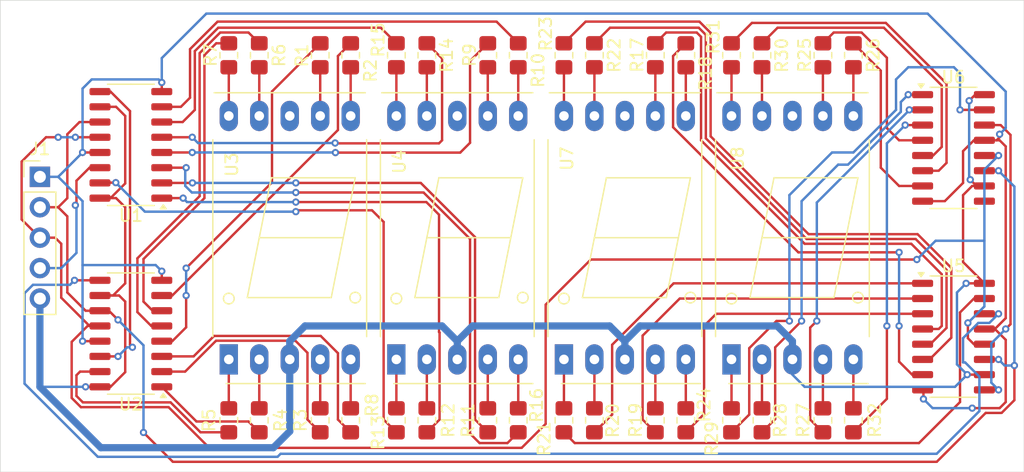
<source format=kicad_pcb>
(kicad_pcb (version 20240108) (generator "pcbnew") (generator_version "8.0")
  (layers (0 "F.Cu" signal) (31 "B.Cu" signal) (34 "B.Paste" user) (35 "F.Paste" user) (36 "B.SilkS" user "B.Silkscreen") (37 "F.SilkS" user "F.Silkscreen") (38 "B.Mask" user) (39 "F.Mask" user) (44 "Edge.Cuts" user))
  (net 0 "")
  (net 1 "Net-(J1-Pin_2)")
  (net 2 "Net-(J1-Pin_3)")
  (net 3 "+5V")
  (net 4 "Net-(J1-Pin_4)")
  (net 5 "GND")
  (net 6 "Net-(U2-QE)")
  (net 7 "Net-(U3-A)")
  (net 8 "Net-(U2-QH)")
  (net 9 "Net-(U3-B)")
  (net 10 "Net-(U2-QC)")
  (net 11 "Net-(U3-C)")
  (net 12 "Net-(U3-D)")
  (net 13 "Net-(U2-QB)")
  (net 14 "Net-(U3-E)")
  (net 15 "Net-(U2-QA)")
  (net 16 "Net-(U3-F)")
  (net 17 "Net-(U2-QF)")
  (net 18 "Net-(U2-QG)")
  (net 19 "Net-(U3-G)")
  (net 20 "Net-(U2-QD)")
  (net 21 "Net-(U3-DP)")
  (net 22 "Net-(U1-QE)")
  (net 23 "Net-(U4-A)")
  (net 24 "Net-(U1-QH)")
  (net 25 "Net-(U4-B)")
  (net 26 "Net-(U1-QC)")
  (net 27 "Net-(U4-C)")
  (net 28 "Net-(U1-QB)")
  (net 29 "Net-(U4-D)")
  (net 30 "Net-(U1-QA)")
  (net 31 "Net-(U4-E)")
  (net 32 "Net-(U4-F)")
  (net 33 "Net-(U1-QF)")
  (net 34 "Net-(U1-QG)")
  (net 35 "Net-(U4-G)")
  (net 36 "Net-(U1-QD)")
  (net 37 "Net-(U4-DP)")
  (net 38 "Net-(U5-QE)")
  (net 39 "Net-(U7-A)")
  (net 40 "Net-(U7-B)")
  (net 41 "Net-(U5-QH)")
  (net 42 "Net-(U7-C)")
  (net 43 "Net-(U5-QC)")
  (net 44 "Net-(U5-QB)")
  (net 45 "Net-(U7-D)")
  (net 46 "Net-(U7-E)")
  (net 47 "Net-(U5-QA)")
  (net 48 "Net-(U7-F)")
  (net 49 "Net-(U5-QF)")
  (net 50 "Net-(U7-G)")
  (net 51 "Net-(U5-QG)")
  (net 52 "Net-(U5-QD)")
  (net 53 "Net-(U7-DP)")
  (net 54 "Net-(U8-A)")
  (net 55 "Net-(U6-QE)")
  (net 56 "Net-(U6-QH)")
  (net 57 "Net-(U8-B)")
  (net 58 "Net-(U8-C)")
  (net 59 "Net-(U6-QC)")
  (net 60 "Net-(U6-QB)")
  (net 61 "Net-(U8-D)")
  (net 62 "Net-(U6-QA)")
  (net 63 "Net-(U8-E)")
  (net 64 "Net-(U8-F)")
  (net 65 "Net-(U6-QF)")
  (net 66 "Net-(U8-G)")
  (net 67 "Net-(U6-QG)")
  (net 68 "Net-(U6-QD)")
  (net 69 "Net-(U8-DP)")
  (net 70 "Net-(U1-QH')")
  (net 71 "Net-(U2-QH')")
  (net 74 "Net-(U5-QH')")
  (footprint "Package_SO:SO-16_3.9x9.9mm_P1.27mm" (layer "F.Cu") (at 119.599 85.725 180)
    (property "Reference" "U1")
    (property "Value" "74HC595")
  )
  (footprint "Resistor_SMD:R_0805_2012Metric_Pad1.20x1.40mm_HandSolder" (layer "F.Cu") (at 127.762 108.712 90)
    (property "Reference" "R5")
    (property "Value" "330R")
  )
  (footprint "MountingHole:MountingHole_2mm" (layer "F.Cu") (at 111.252 110.49)
    (property "Reference" "REF**" (hide yes))
    (property "Value" "2mm")
  )
  (footprint "Resistor_SMD:R_0805_2012Metric_Pad1.20x1.40mm_HandSolder" (layer "F.Cu") (at 163.322 108.712 90)
    (property "Reference" "R19")
    (property "Value" "330R" (hide yes))
  )
  (footprint "Resistor_SMD:R_0805_2012Metric_Pad1.20x1.40mm_HandSolder" (layer "F.Cu") (at 169.672 108.712 90)
    (property "Reference" "R29")
    (property "Value" "330R" (hide yes))
  )
  (footprint "Resistor_SMD:R_0805_2012Metric_Pad1.20x1.40mm_HandSolder" (layer "F.Cu") (at 163.322 78.248 -90)
    (property "Reference" "R17")
    (property "Value" "330R" (hide yes))
  )
  (footprint "MountingHole:MountingHole_2mm" (layer "F.Cu") (at 191.516 76.2)
    (property "Reference" "REF**" (hide yes))
    (property "Value" "2mm")
  )
  (footprint "Connector_PinHeader_2.54mm:PinHeader_1x05_P2.54mm_Vertical" (layer "F.Cu") (at 112.014 88.392)
    (property "Reference" "J1")
    (property "Value" "Conn_01x05" (hide yes))
  )
  (footprint "Resistor_SMD:R_0805_2012Metric_Pad1.20x1.40mm_HandSolder" (layer "F.Cu") (at 151.892 78.248 -90)
    (property "Reference" "R10")
    (property "Value" "330R" (hide yes))
  )
  (footprint "Resistor_SMD:R_0805_2012Metric_Pad1.20x1.40mm_HandSolder" (layer "F.Cu") (at 165.862 78.248 -90)
    (property "Reference" "R18")
    (property "Value" "330R" (hide yes))
  )
  (footprint "Resistor_SMD:R_0805_2012Metric_Pad1.20x1.40mm_HandSolder" (layer "F.Cu") (at 172.212 108.712 90)
    (property "Reference" "R28")
    (property "Value" "330R" (hide yes))
  )
  (footprint "Resistor_SMD:R_0805_2012Metric_Pad1.20x1.40mm_HandSolder" (layer "F.Cu") (at 155.702 108.712 90)
    (property "Reference" "R21")
    (property "Value" "330R" (hide yes))
  )
  (footprint "Resistor_SMD:R_0805_2012Metric_Pad1.20x1.40mm_HandSolder" (layer "F.Cu") (at 151.892 108.712 90)
    (property "Reference" "R16")
    (property "Value" "330R" (hide yes))
  )
  (footprint "sparkfun:7SegmentLED_ YSD_160AR4B_8" (layer "F.Cu") (at 127.762 103.632 90)
    (property "Reference" "U3")
    (property "Value" "D198K")
  )
  (footprint "Resistor_SMD:R_0805_2012Metric_Pad1.20x1.40mm_HandSolder" (layer "F.Cu") (at 144.272 78.248 -90)
    (property "Reference" "R14")
    (property "Value" "330R" (hide yes))
  )
  (footprint "Resistor_SMD:R_0805_2012Metric_Pad1.20x1.40mm_HandSolder" (layer "F.Cu") (at 177.292 78.248 -90)
    (property "Reference" "R25")
    (property "Value" "330R" (hide yes))
  )
  (footprint "Resistor_SMD:R_0805_2012Metric_Pad1.20x1.40mm_HandSolder" (layer "F.Cu") (at 144.272 108.712 90)
    (property "Reference" "R12")
    (property "Value" "330R" (hide yes))
  )
  (footprint "Resistor_SMD:R_0805_2012Metric_Pad1.20x1.40mm_HandSolder" (layer "F.Cu") (at 127.762 78.248 -90)
    (property "Reference" "R7")
    (property "Value" "330R")
  )
  (footprint "Resistor_SMD:R_0805_2012Metric_Pad1.20x1.40mm_HandSolder" (layer "F.Cu") (at 155.702 78.248 -90)
    (property "Reference" "R23")
    (property "Value" "330R" (hide yes))
  )
  (footprint "MountingHole:MountingHole_2mm" (layer "F.Cu") (at 191.516 110.49)
    (property "Reference" "REF**" (hide yes))
    (property "Value" "2mm")
  )
  (footprint "Resistor_SMD:R_0805_2012Metric_Pad1.20x1.40mm_HandSolder" (layer "F.Cu") (at 158.242 108.712 90)
    (property "Reference" "R20")
    (property "Value" "330R" (hide yes))
  )
  (footprint "Resistor_SMD:R_0805_2012Metric_Pad1.20x1.40mm_HandSolder" (layer "F.Cu") (at 135.382 78.248 -90)
    (property "Reference" "R1")
    (property "Value" "330R" (hide yes))
  )
  (footprint "Package_SO:SO-16_3.9x9.9mm_P1.27mm" (layer "F.Cu") (at 119.599 101.473 180)
    (property "Reference" "U2")
    (property "Value" "74HC595")
  )
  (footprint "Resistor_SMD:R_0805_2012Metric_Pad1.20x1.40mm_HandSolder" (layer "F.Cu") (at 141.732 78.248 -90)
    (property "Reference" "R15")
    (property "Value" "330R" (hide yes))
  )
  (footprint "Resistor_SMD:R_0805_2012Metric_Pad1.20x1.40mm_HandSolder" (layer "F.Cu") (at 149.352 78.248 -90)
    (property "Reference" "R9")
    (property "Value" "330R" (hide yes))
  )
  (footprint "Resistor_SMD:R_0805_2012Metric_Pad1.20x1.40mm_HandSolder" (layer "F.Cu") (at 165.862 108.712 90)
    (property "Reference" "R24")
    (property "Value" "330R" (hide yes))
  )
  (footprint "Resistor_SMD:R_0805_2012Metric_Pad1.20x1.40mm_HandSolder" (layer "F.Cu") (at 177.292 108.712 90)
    (property "Reference" "R27")
    (property "Value" "330R" (hide yes))
  )
  (footprint "sparkfun:7SegmentLED_ YSD_160AR4B_8" (layer "F.Cu") (at 155.702 103.632 90)
    (property "Reference" "U7")
    (property "Value" "D198K")
  )
  (footprint "Resistor_SMD:R_0805_2012Metric_Pad1.20x1.40mm_HandSolder" (layer "F.Cu") (at 135.382 108.712 90)
    (property "Reference" "R3")
    (property "Value" "330R" (hide yes))
  )
  (footprint "Resistor_SMD:R_0805_2012Metric_Pad1.20x1.40mm_HandSolder" (layer "F.Cu") (at 137.922 78.248 -90)
    (property "Reference" "R2")
    (property "Value" "330R" (hide yes))
  )
  (footprint "MountingHole:MountingHole_2mm" (layer "F.Cu") (at 111.252 76.2)
    (property "Reference" "REF**" (hide yes))
    (property "Value" "2mm")
  )
  (footprint "Resistor_SMD:R_0805_2012Metric_Pad1.20x1.40mm_HandSolder" (layer "F.Cu") (at 137.922 108.712 90)
    (property "Reference" "R8")
    (property "Value" "330R" (hide yes))
  )
  (footprint "Resistor_SMD:R_0805_2012Metric_Pad1.20x1.40mm_HandSolder" (layer "F.Cu") (at 169.672 78.248 -90)
    (property "Reference" "R31")
    (property "Value" "330R" (hide yes))
  )
  (footprint "Resistor_SMD:R_0805_2012Metric_Pad1.20x1.40mm_HandSolder" (layer "F.Cu") (at 141.732 108.712 90)
    (property "Reference" "R13")
    (property "Value" "330R" (hide yes))
  )
  (footprint "Resistor_SMD:R_0805_2012Metric_Pad1.20x1.40mm_HandSolder" (layer "F.Cu") (at 130.302 78.248 -90)
    (property "Reference" "R6")
    (property "Value" "330R" (hide yes))
  )
  (footprint "Resistor_SMD:R_0805_2012Metric_Pad1.20x1.40mm_HandSolder" (layer "F.Cu") (at 130.302 108.712 90)
    (property "Reference" "R4")
    (property "Value" "330R" (hide yes))
  )
  (footprint "Resistor_SMD:R_0805_2012Metric_Pad1.20x1.40mm_HandSolder" (layer "F.Cu") (at 179.832 78.248 -90)
    (property "Reference" "R26")
    (property "Value" "330R")
  )
  (footprint "Resistor_SMD:R_0805_2012Metric_Pad1.20x1.40mm_HandSolder" (layer "F.Cu") (at 179.832 108.712 90)
    (property "Reference" "R32")
    (property "Value" "330R")
  )
  (footprint "sparkfun:7SegmentLED_ YSD_160AR4B_8" (layer "F.Cu") (at 169.672 103.632 90)
    (property "Reference" "U8")
    (property "Value" "D198K")
  )
  (footprint "Resistor_SMD:R_0805_2012Metric_Pad1.20x1.40mm_HandSolder" (layer "F.Cu") (at 172.212 78.248 -90)
    (property "Reference" "R30")
    (property "Value" "330R" (hide yes))
  )
  (footprint "Package_SO:SO-16_3.9x9.9mm_P1.27mm" (layer "F.Cu") (at 188.179 85.979)
    (property "Reference" "U6")
    (property "Value" "74HC595")
  )
  (footprint "Resistor_SMD:R_0805_2012Metric_Pad1.20x1.40mm_HandSolder" (layer "F.Cu") (at 149.352 108.712 90)
    (property "Reference" "R11")
    (property "Value" "330R" (hide yes))
  )
  (footprint "Resistor_SMD:R_0805_2012Metric_Pad1.20x1.40mm_HandSolder" (layer "F.Cu") (at 158.242 78.248 -90)
    (property "Reference" "R22")
    (property "Value" "330R" (hide yes))
  )
  (footprint "sparkfun:7SegmentLED_ YSD_160AR4B_8" (layer "F.Cu") (at 141.732 103.632 90)
    (property "Reference" "U4")
    (property "Value" "D198K")
  )
  (footprint "Package_SO:SO-16_3.9x9.9mm_P1.27mm" (layer "F.Cu") (at 188.179 101.727)
    (property "Reference" "U5")
    (property "Value" "74HC595")
  )
  (gr_rect (start 108.712 73.66) (end 194.056 113.03) (stroke (width 0.05)) (fill none) (layer "Edge.Cuts"))
  (segment (start 113.538 90.932) (end 114.3 90.17) (width 0.2) (layer "F.Cu") (net 1))
  (segment (start 186.782 112.176) (end 190.862 108.096) (width 0.2) (layer "F.Cu") (net 1))
  (segment (start 117.764 99.568) (end 118.526 100.33) (width 0.2) (layer "F.Cu") (net 1))
  (segment (start 117.024 99.568) (end 115.824 99.568) (width 0.2) (layer "F.Cu") (net 1))
  (segment (start 114.3 98.044) (end 114.3 91.694) (width 0.2) (layer "F.Cu") (net 1))
  (segment (start 115.316 83.82) (end 117.024 83.82) (width 0.2) (layer "F.Cu") (net 1))
  (segment (start 190.862 108.096) (end 192.189686 108.096) (width 0.2) (layer "F.Cu") (net 1))
  (segment (start 123.098 112.176) (end 186.782 112.176) (width 0.2) (layer "F.Cu") (net 1))
  (segment (start 191.932 87.884) (end 190.754 87.884) (width 0.2) (layer "F.Cu") (net 1))
  (segment (start 115.824 99.568) (end 114.3 98.044) (width 0.2) (layer "F.Cu") (net 1))
  (segment (start 114.3 91.694) (end 113.538 90.932) (width 0.2) (layer "F.Cu") (net 1))
  (segment (start 192.189686 108.096) (end 193.256 107.029686) (width 0.2) (layer "F.Cu") (net 1))
  (segment (start 191.932 103.632) (end 190.754 103.632) (width 0.2) (layer "F.Cu") (net 1))
  (segment (start 120.65 109.728) (end 123.098 112.176) (width 0.2) (layer "F.Cu") (net 1))
  (segment (start 113.538 90.932) (end 112.014 90.932) (width 0.2) (layer "F.Cu") (net 1))
  (segment (start 114.3 84.836) (end 115.316 83.82) (width 0.2) (layer "F.Cu") (net 1))
  (segment (start 117.024 99.568) (end 117.764 99.568) (width 0.2) (layer "F.Cu") (net 1))
  (segment (start 193.256 107.029686) (end 193.256 104.14) (width 0.2) (layer "F.Cu") (net 1))
  (segment (start 114.3 90.17) (end 114.3 84.836) (width 0.2) (layer "F.Cu") (net 1))
  (via (at 118.526 100.33) (size 0.6) (drill 0.3) (layers "F.Cu" "B.Cu") (net 1))
  (via (at 191.932 87.884) (size 0.6) (drill 0.3) (layers "F.Cu" "B.Cu") (net 1))
  (via (at 191.932 103.632) (size 0.6) (drill 0.3) (layers "F.Cu" "B.Cu") (net 1))
  (via (at 120.65 109.728) (size 0.6) (drill 0.3) (layers "F.Cu" "B.Cu") (net 1))
  (via (at 193.256 104.14) (size 0.6) (drill 0.3) (layers "F.Cu" "B.Cu") (net 1))
  (segment (start 120.65 102.454) (end 118.526 100.33) (width 0.2) (layer "B.Cu") (net 1))
  (segment (start 120.65 109.728) (end 120.65 102.454) (width 0.2) (layer "B.Cu") (net 1))
  (segment (start 192.44 104.14) (end 191.932 103.632) (width 0.2) (layer "B.Cu") (net 1))
  (segment (start 193.256 104.14) (end 193.256 89.208) (width 0.2) (layer "B.Cu") (net 1))
  (segment (start 193.256 104.14) (end 192.44 104.14) (width 0.2) (layer "B.Cu") (net 1))
  (segment (start 193.256 89.208) (end 191.932 87.884) (width 0.2) (layer "B.Cu") (net 1))
  (segment (start 152.176744 111.012) (end 154.178 109.010744) (width 0.2) (layer "F.Cu") (net 2))
  (segment (start 113.792 98.480999) (end 116.149001 100.838) (width 0.2) (layer "F.Cu") (net 2))
  (segment (start 189.879001 102.362) (end 190.754 102.362) (width 0.2) (layer "F.Cu") (net 2))
  (segment (start 122.741471 107.616843) (end 126.136628 111.012) (width 0.2) (layer "F.Cu") (net 2))
  (segment (start 115.991471 100.838) (end 114.662 102.167471) (width 0.2) (layer "F.Cu") (net 2))
  (segment (start 116.149001 100.838) (end 117.024 100.838) (width 0.2) (layer "F.Cu") (net 2))
  (segment (start 113.284 93.472) (end 113.792 93.98) (width 0.2) (layer "F.Cu") (net 2))
  (segment (start 110.49 87.122) (end 112.522 85.09) (width 0.2) (layer "F.Cu") (net 2))
  (segment (start 117.024 100.838) (end 115.991471 100.838) (width 0.2) (layer "F.Cu") (net 2))
  (segment (start 113.792 93.98) (end 113.792 98.480999) (width 0.2) (layer "F.Cu") (net 2))
  (segment (start 110.49 91.948) (end 110.49 87.122) (width 0.2) (layer "F.Cu") (net 2))
  (segment (start 154.178 109.010744) (end 154.178 99.06) (width 0.2) (layer "F.Cu") (net 2))
  (segment (start 189.379001 101.862) (end 189.879001 102.362) (width 0.2) (layer "F.Cu") (net 2))
  (segment (start 154.178 99.06) (end 157.944735 95.293265) (width 0.2) (layer "F.Cu") (net 2))
  (segment (start 157.944735 95.293265) (end 185.122735 95.293265) (width 0.2) (layer "F.Cu") (net 2))
  (segment (start 191.932 86.614) (end 190.754 86.614) (width 0.2) (layer "F.Cu") (net 2))
  (segment (start 114.97 85.09) (end 117.024 85.09) (width 0.2) (layer "F.Cu") (net 2))
  (segment (start 126.136628 111.012) (end 152.176744 111.012) (width 0.2) (layer "F.Cu") (net 2))
  (segment (start 112.522 85.09) (end 113.538 85.09) (width 0.2) (layer "F.Cu") (net 2))
  (segment (start 115.433158 107.616843) (end 122.741471 107.616843) (width 0.2) (layer "F.Cu") (net 2))
  (segment (start 114.662 106.845686) (end 115.433158 107.616843) (width 0.2) (layer "F.Cu") (net 2))
  (segment (start 112.014 93.472) (end 110.49 91.948) (width 0.2) (layer "F.Cu") (net 2))
  (segment (start 114.662 102.167471) (end 114.662 106.845686) (width 0.2) (layer "F.Cu") (net 2))
  (segment (start 112.014 93.472) (end 113.284 93.472) (width 0.2) (layer "F.Cu") (net 2))
  (segment (start 189.379001 100.584) (end 189.379001 101.862) (width 0.2) (layer "F.Cu") (net 2))
  (via (at 191.932 86.614) (size 0.6) (drill 0.3) (layers "F.Cu" "B.Cu") (net 2))
  (via (at 113.538 85.09) (size 0.6) (drill 0.3) (layers "F.Cu" "B.Cu") (net 2))
  (via (at 189.379001 100.584) (size 0.6) (drill 0.3) (layers "F.Cu" "B.Cu") (net 2))
  (via (at 185.122735 95.293265) (size 0.6) (drill 0.3) (layers "F.Cu" "B.Cu") (net 2))
  (via (at 114.97 85.09) (size 0.6) (drill 0.3) (layers "F.Cu" "B.Cu") (net 2))
  (segment (start 189.379001 100.584) (end 190.754 99.209001) (width 0.2) (layer "B.Cu") (net 2))
  (segment (start 190.754 99.209001) (end 190.754 93.726) (width 0.2) (layer "B.Cu") (net 2))
  (segment (start 190.754 87.792) (end 191.932 86.614) (width 0.2) (layer "B.Cu") (net 2))
  (segment (start 185.122735 95.293265) (end 186.69 93.726) (width 0.2) (layer "B.Cu") (net 2))
  (segment (start 190.754 93.726) (end 190.754 87.792) (width 0.2) (layer "B.Cu") (net 2))
  (segment (start 186.69 93.726) (end 190.754 93.726) (width 0.2) (layer "B.Cu") (net 2))
  (segment (start 113.538 85.09) (end 114.97 85.09) (width 0.2) (layer "B.Cu") (net 2))
  (segment (start 119.126 104.690999) (end 117.898999 105.918) (width 0.2) (layer "F.Cu") (net 3))
  (segment (start 118.11 98.298) (end 117.024 98.298) (width 0.2) (layer "F.Cu") (net 3))
  (segment (start 117.024 90.17) (end 118.364 90.17) (width 0.2) (layer "F.Cu") (net 3))
  (segment (start 119.126 88.942999) (end 117.898999 90.17) (width 0.2) (layer "F.Cu") (net 3))
  (segment (start 119.126 90.932) (end 119.126 97.282) (width 0.2) (layer "F.Cu") (net 3))
  (segment (start 119.126 97.282) (end 118.11 98.298) (width 0.2) (layer "F.Cu") (net 3))
  (segment (start 117.898999 90.17) (end 117.024 90.17) (width 0.2) (layer "F.Cu") (net 3))
  (segment (start 119.126 98.806) (end 119.126 104.690999) (width 0.2) (layer "F.Cu") (net 3))
  (segment (start 117.898999 105.918) (end 117.024 105.918) (width 0.2) (layer "F.Cu") (net 3))
  (segment (start 190.098328 89.154) (end 189.576 88.631672) (width 0.2) (layer "F.Cu") (net 3))
  (segment (start 189.738 89.154) (end 190.754 89.154) (width 0.2) (layer "F.Cu") (net 3))
  (segment (start 117.024 98.298) (end 118.618 98.298) (width 0.2) (layer "F.Cu") (net 3))
  (segment (start 118.364 90.17) (end 119.126 90.932) (width 0.2) (layer "F.Cu") (net 3))
  (segment (start 118.618 98.298) (end 119.126 98.806) (width 0.2) (layer "F.Cu") (net 3))
  (segment (start 190.754 89.154) (end 190.098328 89.154) (width 0.2) (layer "F.Cu") (net 3))
  (segment (start 117.024 105.918) (end 115.824 105.918) (width 0.2) (layer "F.Cu") (net 3))
  (segment (start 189.992 81.534) (end 190.754 81.534) (width 0.2) (layer "F.Cu") (net 3))
  (segment (start 189.23 97.282) (end 190.754 97.282) (width 0.2) (layer "F.Cu") (net 3))
  (segment (start 188.976 89.916) (end 189.738 89.154) (width 0.2) (layer "F.Cu") (net 3))
  (segment (start 189.484 82.042) (end 189.992 81.534) (width 0.2) (layer "F.Cu") (net 3))
  (segment (start 190.754 104.902) (end 189.322 104.902) (width 0.2) (layer "F.Cu") (net 3))
  (segment (start 119.126 83.312) (end 119.126 88.942999) (width 0.2) (layer "F.Cu") (net 3))
  (segment (start 190.754 97.282) (end 188.976 95.504) (width 0.2) (layer "F.Cu") (net 3))
  (segment (start 188.976 95.504) (end 188.976 89.916) (width 0.2) (layer "F.Cu") (net 3))
  (segment (start 117.024 82.55) (end 118.364 82.55) (width 0.2) (layer "F.Cu") (net 3))
  (segment (start 118.364 82.55) (end 119.126 83.312) (width 0.2) (layer "F.Cu") (net 3))
  (via (at 189.23 97.282) (size 0.6) (drill 0.3) (layers "F.Cu" "B.Cu") (net 3))
  (via (at 115.824 105.918) (size 0.6) (drill 0.3) (layers "F.Cu" "B.Cu") (net 3))
  (via (at 189.576 88.631672) (size 0.6) (drill 0.3) (layers "F.Cu" "B.Cu") (net 3))
  (via (at 189.484 82.042) (size 0.6) (drill 0.3) (layers "F.Cu" "B.Cu") (net 3))
  (via (at 189.322 104.902) (size 0.6) (drill 0.3) (layers "F.Cu" "B.Cu") (net 3))
  (segment (start 173.482 100.838) (end 174.752 102.108) (width 0.6) (layer "B.Cu") (net 3))
  (segment (start 162.052 100.838) (end 173.482 100.838) (width 0.6) (layer "B.Cu") (net 3))
  (segment (start 188.468 98.044) (end 189.23 97.282) (width 0.2) (layer "B.Cu") (net 3))
  (segment (start 132.842 103.632) (end 132.842 109.636) (width 0.6) (layer "B.Cu") (net 3))
  (segment (start 145.542 100.838) (end 134.112 100.838) (width 0.6) (layer "B.Cu") (net 3))
  (segment (start 134.112 100.838) (end 132.842 102.108) (width 0.6) (layer "B.Cu") (net 3))
  (segment (start 148.082 100.838) (end 159.512 100.838) (width 0.6) (layer "B.Cu") (net 3))
  (segment (start 131.48 110.998) (end 117.094 110.998) (width 0.6) (layer "B.Cu") (net 3))
  (segment (start 146.812 102.108) (end 145.542 100.838) (width 0.6) (layer "B.Cu") (net 3))
  (segment (start 146.812 103.632) (end 146.812 102.108) (width 0.6) (layer "B.Cu") (net 3))
  (segment (start 132.842 102.108) (end 132.842 103.632) (width 0.6) (layer "B.Cu") (net 3))
  (segment (start 160.782 102.108) (end 162.052 100.838) (width 0.6) (layer "B.Cu") (net 3))
  (segment (start 159.512 100.838) (end 160.782 102.108) (width 0.6) (layer "B.Cu") (net 3))
  (segment (start 117.094 110.998) (end 112.014 105.918) (width 0.6) (layer "B.Cu") (net 3))
  (segment (start 174.752 102.108) (end 174.752 103.632) (width 0.6) (layer "B.Cu") (net 3))
  (segment (start 189.576 88.631672) (end 189.484 88.539672) (width 0.2) (layer "B.Cu") (net 3))
  (segment (start 188.306 105.918) (end 175.768 105.918) (width 0.2) (layer "B.Cu") (net 3))
  (segment (start 189.322 104.902) (end 188.306 105.918) (width 0.2) (layer "B.Cu") (net 3))
  (segment (start 175.768 105.918) (end 174.752 104.902) (width 0.2) (layer "B.Cu") (net 3))
  (segment (start 189.322 104.902) (end 188.468 104.048) (width 0.2) (layer "B.Cu") (net 3))
  (segment (start 146.812 102.108) (end 148.082 100.838) (width 0.6) (layer "B.Cu") (net 3))
  (segment (start 188.468 104.048) (end 188.468 98.044) (width 0.2) (layer "B.Cu") (net 3))
  (segment (start 112.014 105.918) (end 112.014 98.552) (width 0.6) (layer "B.Cu") (net 3))
  (segment (start 189.484 88.539672) (end 189.484 82.042) (width 0.2) (layer "B.Cu") (net 3))
  (segment (start 115.824 105.918) (end 112.014 105.918) (width 0.2) (layer "B.Cu") (net 3))
  (segment (start 160.782 102.108) (end 160.782 103.632) (width 0.6) (layer "B.Cu") (net 3))
  (segment (start 132.842 109.636) (end 131.48 110.998) (width 0.6) (layer "B.Cu") (net 3))
  (segment (start 174.752 104.902) (end 174.752 103.632) (width 0.2) (layer "B.Cu") (net 3))
  (segment (start 114.97 90.76453) (end 115.062 90.67253) (width 0.2) (layer "F.Cu") (net 4))
  (segment (start 115.062 88.717001) (end 116.149001 87.63) (width 0.2) (layer "F.Cu") (net 4))
  (segment (start 115.062 90.67253) (end 115.062 88.717001) (width 0.2) (layer "F.Cu") (net 4))
  (segment (start 116.149001 87.63) (end 117.024 87.63) (width 0.2) (layer "F.Cu") (net 4))
  (via (at 114.97 90.76453) (size 0.6) (drill 0.3) (layers "F.Cu" "B.Cu") (net 4))
  (segment (start 113.792 96.012) (end 112.014 96.012) (width 0.2) (layer "B.Cu") (net 4))
  (segment (start 114.97 90.76453) (end 115.062 90.85653) (width 0.2) (layer "B.Cu") (net 4))
  (segment (start 115.062 90.85653) (end 115.062 94.742) (width 0.2) (layer "B.Cu") (net 4))
  (segment (start 115.062 94.742) (end 113.792 96.012) (width 0.2) (layer "B.Cu") (net 4))
  (segment (start 115.57 86.36) (end 117.024 86.36) (width 0.2) (layer "F.Cu") (net 5))
  (segment (start 191.628999 101.092) (end 190.754 101.092) (width 0.2) (layer "F.Cu") (net 5))
  (segment (start 192.024 85.344) (end 192.532 85.852) (width 0.2) (layer "F.Cu") (net 5))
  (segment (start 192.024 107.696) (end 192.532 107.188) (width 0.2) (layer "F.Cu") (net 5))
  (segment (start 122.174 80.518) (end 122.174 81.28) (width 0.2) (layer "F.Cu") (net 5))
  (segment (start 190.754 85.344) (end 191.77 85.344) (width 0.2) (layer "F.Cu") (net 5))
  (segment (start 192.532 100.188999) (end 191.628999 101.092) (width 0.2) (layer "F.Cu") (net 5))
  (segment (start 189.879001 85.344) (end 188.976 86.247001) (width 0.2) (layer "F.Cu") (net 5))
  (segment (start 185.674 106.934) (end 185.674 106.242) (width 0.2) (layer "F.Cu") (net 5))
  (segment (start 188.976 86.247001) (end 188.976 88.9) (width 0.2) (layer "F.Cu") (net 5))
  (segment (start 189.738 107.696) (end 192.024 107.696) (width 0.2) (layer "F.Cu") (net 5))
  (segment (start 185.674 106.242) (end 185.604 106.172) (width 0.2) (layer "F.Cu") (net 5))
  (segment (start 192.532 101.995001) (end 191.628999 101.092) (width 0.2) (layer "F.Cu") (net 5))
  (segment (start 191.77 85.344) (end 192.024 85.344) (width 0.2) (layer "F.Cu") (net 5))
  (segment (start 190.754 85.344) (end 189.879001 85.344) (width 0.2) (layer "F.Cu") (net 5))
  (segment (start 122.174 96.266) (end 122.174 97.028) (width 0.2) (layer "F.Cu") (net 5))
  (segment (start 188.976 88.9) (end 187.452 90.424) (width 0.2) (layer "F.Cu") (net 5))
  (segment (start 192.024 85.09) (end 191.77 85.344) (width 0.2) (layer "F.Cu") (net 5))
  (segment (start 187.452 90.424) (end 185.604 90.424) (width 0.2) (layer "F.Cu") (net 5))
  (segment (start 192.532 85.852) (end 192.532 100.188999) (width 0.2) (layer "F.Cu") (net 5))
  (segment (start 192.024 84.836) (end 192.024 85.09) (width 0.2) (layer "F.Cu") (net 5))
  (segment (start 192.532 107.188) (end 192.532 101.995001) (width 0.2) (layer "F.Cu") (net 5))
  (segment (start 115.57 102.108) (end 117.024 102.108) (width 0.2) (layer "F.Cu") (net 5))
  (via (at 192.024 84.836) (size 0.6) (drill 0.3) (layers "F.Cu" "B.Cu") (net 5))
  (via (at 122.174 80.518) (size 0.6) (drill 0.3) (layers "F.Cu" "B.Cu") (net 5))
  (via (at 115.57 102.108) (size 0.6) (drill 0.3) (layers "F.Cu" "B.Cu") (net 5))
  (via (at 122.174 96.266) (size 0.6) (drill 0.3) (layers "F.Cu" "B.Cu") (net 5))
  (via (at 185.674 106.934) (size 0.6) (drill 0.3) (layers "F.Cu" "B.Cu") (net 5))
  (via (at 115.57 86.36) (size 0.6) (drill 0.3) (layers "F.Cu" "B.Cu") (net 5))
  (via (at 189.738 107.696) (size 0.6) (drill 0.3) (layers "F.Cu" "B.Cu") (net 5))
  (segment (start 115.57 95.758) (end 121.666 95.758) (width 0.2) (layer "B.Cu") (net 5))
  (segment (start 192.532 81.28) (end 192.532 84.328) (width 0.2) (layer "B.Cu") (net 5))
  (segment (start 125.892 74.768) (end 186.02 74.768) (width 0.2) (layer "B.Cu") (net 5))
  (segment (start 113.538 88.392) (end 115.57 86.36) (width 0.2) (layer "B.Cu") (net 5))
  (segment (start 122.174 80.518) (end 122.174 78.486) (width 0.2) (layer "B.Cu") (net 5))
  (segment (start 115.57 81.026) (end 116.332 80.264) (width 0.2) (layer "B.Cu") (net 5))
  (segment (start 186.436 107.696) (end 185.674 106.934) (width 0.2) (layer "B.Cu") (net 5))
  (segment (start 189.738 107.696) (end 186.436 107.696) (width 0.2) (layer "B.Cu") (net 5))
  (segment (start 113.538 88.392) (end 115.57 90.424) (width 0.2) (layer "B.Cu") (net 5))
  (segment (start 115.57 90.424) (end 115.57 95.758) (width 0.2) (layer "B.Cu") (net 5))
  (segment (start 121.666 95.758) (end 122.174 96.266) (width 0.2) (layer "B.Cu") (net 5))
  (segment (start 122.174 78.486) (end 125.892 74.768) (width 0.2) (layer "B.Cu") (net 5))
  (segment (start 115.57 86.36) (end 115.57 81.026) (width 0.2) (layer "B.Cu") (net 5))
  (segment (start 116.332 80.264) (end 121.92 80.264) (width 0.2) (layer "B.Cu") (net 5))
  (segment (start 115.57 95.758) (end 115.57 102.108) (width 0.2) (layer "B.Cu") (net 5))
  (segment (start 112.014 88.392) (end 113.538 88.392) (width 0.2) (layer "B.Cu") (net 5))
  (segment (start 186.02 74.768) (end 192.532 81.28) (width 0.2) (layer "B.Cu") (net 5))
  (segment (start 121.92 80.264) (end 122.174 80.518) (width 0.2) (layer "B.Cu") (net 5))
  (segment (start 192.532 84.328) (end 192.024 84.836) (width 0.2) (layer "B.Cu") (net 5))
  (segment (start 131.364 81.266) (end 131.364 88.854) (width 0.2) (layer "F.Cu") (net 6))
  (segment (start 123.048999 102.108) (end 122.174 102.108) (width 0.2) (layer "F.Cu") (net 6))
  (segment (start 135.382 77.248) (end 131.364 81.266) (width 0.2) (layer "F.Cu") (net 6))
  (segment (start 131.364 88.854) (end 124.206 96.012) (width 0.2) (layer "F.Cu") (net 6))
  (segment (start 124.206 100.950999) (end 123.048999 102.108) (width 0.2) (layer "F.Cu") (net 6))
  (segment (start 124.206 98.298) (end 124.206 100.950999) (width 0.2) (layer "F.Cu") (net 6))
  (via (at 124.206 98.298) (size 0.6) (drill 0.3) (layers "F.Cu" "B.Cu") (net 6))
  (via (at 124.206 96.012) (size 0.6) (drill 0.3) (layers "F.Cu" "B.Cu") (net 6))
  (segment (start 124.206 96.012) (end 124.206 98.298) (width 0.2) (layer "B.Cu") (net 6))
  (segment (start 135.382 83.312) (end 135.382 79.248) (width 0.2) (layer "F.Cu") (net 7))
  (segment (start 136.86 84.486999) (end 136.86 78.31) (width 0.2) (layer "F.Cu") (net 8))
  (segment (start 122.174 98.298) (end 123.048999 98.298) (width 0.2) (layer "F.Cu") (net 8))
  (segment (start 123.048999 98.298) (end 136.86 84.486999) (width 0.2) (layer "F.Cu") (net 8))
  (segment (start 136.86 78.31) (end 137.922 77.248) (width 0.2) (layer "F.Cu") (net 8))
  (segment (start 137.922 83.312) (end 137.922 79.248) (width 0.2) (layer "F.Cu") (net 9))
  (segment (start 122.174 104.648) (end 124.122 104.648) (width 0.2) (layer "F.Cu") (net 10))
  (segment (start 126.7 102.07) (end 133.312 102.07) (width 0.2) (layer "F.Cu") (net 10))
  (segment (start 124.122 104.648) (end 126.7 102.07) (width 0.2) (layer "F.Cu") (net 10))
  (segment (start 134.32 103.078) (end 134.32 108.65) (width 0.2) (layer "F.Cu") (net 10))
  (segment (start 134.32 108.65) (end 135.382 109.712) (width 0.2) (layer "F.Cu") (net 10))
  (segment (start 133.312 102.07) (end 134.32 103.078) (width 0.2) (layer "F.Cu") (net 10))
  (segment (start 135.382 107.712) (end 135.382 103.632) (width 0.2) (layer "F.Cu") (net 11))
  (segment (start 130.302 107.712) (end 130.302 103.632) (width 0.2) (layer "F.Cu") (net 12))
  (segment (start 129.402 108.812) (end 130.302 109.712) (width 0.2) (layer "F.Cu") (net 13))
  (segment (start 125.068 108.812) (end 129.402 108.812) (width 0.2) (layer "F.Cu") (net 13))
  (segment (start 122.174 105.918) (end 125.068 108.812) (width 0.2) (layer "F.Cu") (net 13))
  (segment (start 127.762 103.632) (end 127.762 107.712) (width 0.2) (layer "F.Cu") (net 14))
  (segment (start 115.362001 104.648) (end 115.062 104.948001) (width 0.2) (layer "F.Cu") (net 15))
  (segment (start 125.402314 109.712) (end 127.762 109.712) (width 0.2) (layer "F.Cu") (net 15))
  (segment (start 115.598843 107.216843) (end 122.907157 107.216843) (width 0.2) (layer "F.Cu") (net 15))
  (segment (start 115.062 104.948001) (end 115.062 106.68) (width 0.2) (layer "F.Cu") (net 15))
  (segment (start 115.062 106.68) (end 115.598843 107.216843) (width 0.2) (layer "F.Cu") (net 15))
  (segment (start 117.024 104.648) (end 115.362001 104.648) (width 0.2) (layer "F.Cu") (net 15))
  (segment (start 122.907157 107.216843) (end 125.402314 109.712) (width 0.2) (layer "F.Cu") (net 15))
  (segment (start 130.302 83.312) (end 130.302 79.248) (width 0.2) (layer "F.Cu") (net 16))
  (segment (start 122.174 100.838) (end 121.299001 100.838) (width 0.2) (layer "F.Cu") (net 17))
  (segment (start 125.33 90.004314) (end 125.33 78.066314) (width 0.2) (layer "F.Cu") (net 17))
  (segment (start 129.402 76.348) (end 130.302 77.248) (width 0.2) (layer "F.Cu") (net 17))
  (segment (start 120.142 95.192314) (end 125.33 90.004314) (width 0.2) (layer "F.Cu") (net 17))
  (segment (start 120.142 99.680999) (end 120.142 95.192314) (width 0.2) (layer "F.Cu") (net 17))
  (segment (start 125.33 78.066314) (end 127.048314 76.348) (width 0.2) (layer "F.Cu") (net 17))
  (segment (start 127.048314 76.348) (end 129.402 76.348) (width 0.2) (layer "F.Cu") (net 17))
  (segment (start 121.299001 100.838) (end 120.142 99.680999) (width 0.2) (layer "F.Cu") (net 17))
  (segment (start 120.65 98.806) (end 120.65 95.25) (width 0.2) (layer "F.Cu") (net 18))
  (segment (start 125.73 78.232) (end 126.714 77.248) (width 0.2) (layer "F.Cu") (net 18))
  (segment (start 122.174 99.568) (end 121.412 99.568) (width 0.2) (layer "F.Cu") (net 18))
  (segment (start 120.65 95.25) (end 125.73 90.17) (width 0.2) (layer "F.Cu") (net 18))
  (segment (start 126.714 77.248) (end 127.762 77.248) (width 0.2) (layer "F.Cu") (net 18))
  (segment (start 125.73 90.17) (end 125.73 78.232) (width 0.2) (layer "F.Cu") (net 18))
  (segment (start 121.412 99.568) (end 120.65 98.806) (width 0.2) (layer "F.Cu") (net 18))
  (segment (start 127.762 83.312) (end 127.762 79.248) (width 0.2) (layer "F.Cu") (net 19))
  (segment (start 126.534315 101.67) (end 135.421895 101.67) (width 0.2) (layer "F.Cu") (net 20))
  (segment (start 136.86 103.108105) (end 136.86 108.65) (width 0.2) (layer "F.Cu") (net 20))
  (segment (start 136.86 108.65) (end 137.922 109.712) (width 0.2) (layer "F.Cu") (net 20))
  (segment (start 124.826314 103.378) (end 126.534315 101.67) (width 0.2) (layer "F.Cu") (net 20))
  (segment (start 122.174 103.378) (end 124.826314 103.378) (width 0.2) (layer "F.Cu") (net 20))
  (segment (start 135.421895 101.67) (end 136.86 103.108105) (width 0.2) (layer "F.Cu") (net 20))
  (segment (start 137.922 107.712) (end 137.922 103.632) (width 0.2) (layer "F.Cu") (net 21))
  (segment (start 147.874 78.726) (end 147.874 85.552) (width 0.2) (layer "F.Cu") (net 22))
  (segment (start 124.714 86.36) (end 122.174 86.36) (width 0.2) (layer "F.Cu") (net 22))
  (segment (start 147.874 85.552) (end 147.066 86.36) (width 0.2) (layer "F.Cu") (net 22))
  (segment (start 147.055708 86.370292) (end 136.652355 86.370292) (width 0.2) (layer "F.Cu") (net 22))
  (segment (start 147.066 86.36) (end 147.055708 86.370292) (width 0.2) (layer "F.Cu") (net 22))
  (segment (start 149.352 77.248) (end 147.874 78.726) (width 0.2) (layer "F.Cu") (net 22))
  (via (at 136.652355 86.370292) (size 0.6) (drill 0.3) (layers "F.Cu" "B.Cu") (net 22))
  (via (at 124.714 86.36) (size 0.6) (drill 0.3) (layers "F.Cu" "B.Cu") (net 22))
  (segment (start 136.642063 86.36) (end 124.714 86.36) (width 0.2) (layer "B.Cu") (net 22))
  (segment (start 136.652355 86.370292) (end 136.642063 86.36) (width 0.2) (layer "B.Cu") (net 22))
  (segment (start 149.352 83.312) (end 149.352 79.248) (width 0.2) (layer "F.Cu") (net 23))
  (segment (start 126.826943 75.438) (end 124.53 77.734943) (width 0.2) (layer "F.Cu") (net 24))
  (segment (start 151.892 77.248) (end 150.082 75.438) (width 0.2) (layer "F.Cu") (net 24))
  (segment (start 124.53 81.788) (end 123.768 82.55) (width 0.2) (layer "F.Cu") (net 24))
  (segment (start 123.768 82.55) (end 122.174 82.55) (width 0.2) (layer "F.Cu") (net 24))
  (segment (start 124.53 77.734943) (end 124.53 81.788) (width 0.2) (layer "F.Cu") (net 24))
  (segment (start 150.082 75.438) (end 126.826943 75.438) (width 0.2) (layer "F.Cu") (net 24))
  (segment (start 151.892 83.312) (end 151.892 79.248) (width 0.2) (layer "F.Cu") (net 25))
  (segment (start 148.29 93.426) (end 143.764 88.9) (width 0.2) (layer "F.Cu") (net 26))
  (segment (start 143.764 88.9) (end 133.35 88.9) (width 0.2) (layer "F.Cu") (net 26))
  (segment (start 149.352 109.712) (end 148.29 108.65) (width 0.2) (layer "F.Cu") (net 26))
  (segment (start 124.73 88.9) (end 122.174 88.9) (width 0.2) (layer "F.Cu") (net 26))
  (segment (start 148.29 108.65) (end 148.29 93.426) (width 0.2) (layer "F.Cu") (net 26))
  (via (at 133.35 88.9) (size 0.6) (drill 0.3) (layers "F.Cu" "B.Cu") (net 26))
  (via (at 124.73 88.9) (size 0.6) (drill 0.3) (layers "F.Cu" "B.Cu") (net 26))
  (segment (start 133.35 88.9) (end 124.73 88.9) (width 0.2) (layer "B.Cu") (net 26))
  (segment (start 149.352 107.712) (end 149.352 103.632) (width 0.2) (layer "F.Cu") (net 27))
  (segment (start 145.288 101.346) (end 145.288 91.555372) (width 0.2) (layer "F.Cu") (net 28))
  (segment (start 144.232634 90.500006) (end 133.35 90.500006) (width 0.2) (layer "F.Cu") (net 28))
  (segment (start 145.334 108.65) (end 145.334 101.392) (width 0.2) (layer "F.Cu") (net 28))
  (segment (start 145.288 91.555372) (end 144.232634 90.500006) (width 0.2) (layer "F.Cu") (net 28))
  (segment (start 123.952 90.17) (end 122.174 90.17) (width 0.2) (layer "F.Cu") (net 28))
  (segment (start 145.334 101.392) (end 145.288 101.346) (width 0.2) (layer "F.Cu") (net 28))
  (segment (start 144.272 109.712) (end 145.334 108.65) (width 0.2) (layer "F.Cu") (net 28))
  (via (at 133.35 90.500006) (size 0.6) (drill 0.3) (layers "F.Cu" "B.Cu") (net 28))
  (via (at 123.952 90.17) (size 0.6) (drill 0.3) (layers "F.Cu" "B.Cu") (net 28))
  (segment (start 133.35 90.500006) (end 124.282006 90.500006) (width 0.2) (layer "B.Cu") (net 28))
  (segment (start 124.282006 90.500006) (end 123.952 90.17) (width 0.2) (layer "B.Cu") (net 28))
  (segment (start 144.272 107.712) (end 144.272 103.632) (width 0.2) (layer "F.Cu") (net 29))
  (segment (start 140.67 108.65) (end 140.67 92.156) (width 0.2) (layer "F.Cu") (net 30))
  (segment (start 133.464009 91.186) (end 133.35 91.300009) (width 0.2) (layer "F.Cu") (net 30))
  (segment (start 118.342235 88.878235) (end 117.045765 88.878235) (width 0.2) (layer "F.Cu") (net 30))
  (segment (start 117.045765 88.878235) (end 117.024 88.9) (width 0.2) (layer "F.Cu") (net 30))
  (segment (start 140.67 92.156) (end 139.7 91.186) (width 0.2) (layer "F.Cu") (net 30))
  (segment (start 141.732 109.712) (end 140.67 108.65) (width 0.2) (layer "F.Cu") (net 30))
  (segment (start 139.7 91.186) (end 133.464009 91.186) (width 0.2) (layer "F.Cu") (net 30))
  (via (at 133.35 91.300009) (size 0.6) (drill 0.3) (layers "F.Cu" "B.Cu") (net 30))
  (via (at 118.342235 88.878235) (size 0.6) (drill 0.3) (layers "F.Cu" "B.Cu") (net 30))
  (segment (start 120.764009 91.300009) (end 118.342235 88.878235) (width 0.2) (layer "B.Cu") (net 30))
  (segment (start 133.35 91.300009) (end 120.764009 91.300009) (width 0.2) (layer "B.Cu") (net 30))
  (segment (start 141.732 107.712) (end 141.732 103.632) (width 0.2) (layer "F.Cu") (net 31))
  (segment (start 144.272 83.312) (end 144.272 79.248) (width 0.2) (layer "F.Cu") (net 32))
  (segment (start 145.542 85.344) (end 145.288 85.598) (width 0.2) (layer "F.Cu") (net 33))
  (segment (start 122.174 85.09) (end 124.714 85.09) (width 0.2) (layer "F.Cu") (net 33))
  (segment (start 144.272 77.248) (end 145.542 78.518) (width 0.2) (layer "F.Cu") (net 33))
  (segment (start 145.542 78.518) (end 145.542 85.344) (width 0.2) (layer "F.Cu") (net 33))
  (segment (start 136.651999 85.598) (end 136.624764 85.570765) (width 0.2) (layer "F.Cu") (net 33))
  (segment (start 145.288 85.598) (end 136.651999 85.598) (width 0.2) (layer "F.Cu") (net 33))
  (via (at 136.624764 85.570765) (size 0.6) (drill 0.3) (layers "F.Cu" "B.Cu") (net 33))
  (via (at 124.714 85.09) (size 0.6) (drill 0.3) (layers "F.Cu" "B.Cu") (net 33))
  (segment (start 136.624764 85.570765) (end 125.194765 85.570765) (width 0.2) (layer "B.Cu") (net 33))
  (segment (start 125.194765 85.570765) (end 124.714 85.09) (width 0.2) (layer "B.Cu") (net 33))
  (segment (start 124.93 77.900628) (end 124.93 82.804) (width 0.2) (layer "F.Cu") (net 34))
  (segment (start 124.93 82.804) (end 123.914 83.82) (width 0.2) (layer "F.Cu") (net 34))
  (segment (start 126.882628 75.948) (end 124.93 77.900628) (width 0.2) (layer "F.Cu") (net 34))
  (segment (start 123.914 83.82) (end 122.174 83.82) (width 0.2) (layer "F.Cu") (net 34))
  (segment (start 140.432 75.948) (end 126.882628 75.948) (width 0.2) (layer "F.Cu") (net 34))
  (segment (start 141.732 77.248) (end 140.432 75.948) (width 0.2) (layer "F.Cu") (net 34))
  (segment (start 141.732 83.312) (end 141.732 79.248) (width 0.2) (layer "F.Cu") (net 35))
  (segment (start 143.998317 89.700003) (end 133.35 89.700003) (width 0.2) (layer "F.Cu") (net 36))
  (segment (start 151.892 109.712) (end 150.992 110.612) (width 0.2) (layer "F.Cu") (net 36))
  (segment (start 143.998317 89.700003) (end 147.874 93.575686) (width 0.2) (layer "F.Cu") (net 36))
  (segment (start 148.667256 110.612) (end 147.874 109.818744) (width 0.2) (layer "F.Cu") (net 36))
  (segment (start 150.992 110.612) (end 148.667256 110.612) (width 0.2) (layer "F.Cu") (net 36))
  (segment (start 124.206 87.63) (end 122.174 87.63) (width 0.2) (layer "F.Cu") (net 36))
  (segment (start 147.874 109.818744) (end 147.874 93.575686) (width 0.2) (layer "F.Cu") (net 36))
  (via (at 124.206 87.63) (size 0.6) (drill 0.3) (layers "F.Cu" "B.Cu") (net 36))
  (via (at 133.35 89.700003) (size 0.6) (drill 0.3) (layers "F.Cu" "B.Cu") (net 36))
  (segment (start 124.13 89.148529) (end 124.681474 89.700003) (width 0.2) (layer "B.Cu") (net 36))
  (segment (start 124.13 87.706) (end 124.13 89.148529) (width 0.2) (layer "B.Cu") (net 36))
  (segment (start 124.206 87.63) (end 124.13 87.706) (width 0.2) (layer "B.Cu") (net 36))
  (segment (start 124.681474 89.700003) (end 133.35 89.700003) (width 0.2) (layer "B.Cu") (net 36))
  (segment (start 151.892 107.712) (end 151.892 103.632) (width 0.2) (layer "F.Cu") (net 37))
  (segment (start 186.944 101.092) (end 185.604 101.092) (width 0.2) (layer "F.Cu") (net 38))
  (segment (start 187.198 100.838) (end 186.944 101.092) (width 0.2) (layer "F.Cu") (net 38))
  (segment (start 167.132 85.344) (end 175.768 93.98) (width 0.2) (layer "F.Cu") (net 38))
  (segment (start 184.658 93.98) (end 187.198 96.52) (width 0.2) (layer "F.Cu") (net 38))
  (segment (start 187.198 96.52) (end 187.198 100.838) (width 0.2) (layer "F.Cu") (net 38))
  (segment (start 163.322 77.248) (end 164.222 76.348) (width 0.2) (layer "F.Cu") (net 38))
  (segment (start 164.222 76.348) (end 166.772 76.348) (width 0.2) (layer "F.Cu") (net 38))
  (segment (start 167.132 76.708) (end 167.132 85.344) (width 0.2) (layer "F.Cu") (net 38))
  (segment (start 175.768 93.98) (end 184.658 93.98) (width 0.2) (layer "F.Cu") (net 38))
  (segment (start 166.772 76.348) (end 167.132 76.708) (width 0.2) (layer "F.Cu") (net 38))
  (segment (start 163.322 83.312) (end 163.322 79.248) (width 0.2) (layer "F.Cu") (net 39))
  (segment (start 165.862 83.312) (end 165.862 79.248) (width 0.2) (layer "F.Cu") (net 40))
  (segment (start 184.729001 104.902) (end 185.604 104.902) (width 0.2) (layer "F.Cu") (net 41))
  (segment (start 183.642 100.838) (end 183.642 103.814999) (width 0.2) (layer "F.Cu") (net 41))
  (segment (start 175.24137 94.693265) (end 183.642 94.693265) (width 0.2) (layer "F.Cu") (net 41))
  (segment (start 164.8 78.31) (end 164.8 84.251895) (width 0.2) (layer "F.Cu") (net 41))
  (segment (start 183.642 103.814999) (end 184.729001 104.902) (width 0.2) (layer "F.Cu") (net 41))
  (segment (start 164.8 84.251895) (end 175.24137 94.693265) (width 0.2) (layer "F.Cu") (net 41))
  (segment (start 165.862 77.248) (end 164.8 78.31) (width 0.2) (layer "F.Cu") (net 41))
  (via (at 183.642 94.693265) (size 0.6) (drill 0.3) (layers "F.Cu" "B.Cu") (net 41))
  (via (at 183.642 100.838) (size 0.6) (drill 0.3) (layers "F.Cu" "B.Cu") (net 41))
  (segment (start 183.642 94.693265) (end 183.642 100.838) (width 0.2) (layer "B.Cu") (net 41))
  (segment (start 163.322 107.712) (end 163.322 103.632) (width 0.2) (layer "F.Cu") (net 42))
  (segment (start 162.26 101.646) (end 165.354 98.552) (width 0.2) (layer "F.Cu") (net 43))
  (segment (start 163.322 109.712) (end 162.26 108.65) (width 0.2) (layer "F.Cu") (net 43))
  (segment (start 162.26 108.65) (end 162.26 101.646) (width 0.2) (layer "F.Cu") (net 43))
  (segment (start 165.354 98.552) (end 185.604 98.552) (width 0.2) (layer "F.Cu") (net 43))
  (segment (start 164.846 97.282) (end 185.604 97.282) (width 0.2) (layer "F.Cu") (net 44))
  (segment (start 159.72 102.408) (end 164.846 97.282) (width 0.2) (layer "F.Cu") (net 44))
  (segment (start 158.242 109.712) (end 159.72 108.234) (width 0.2) (layer "F.Cu") (net 44))
  (segment (start 159.72 108.234) (end 159.72 102.408) (width 0.2) (layer "F.Cu") (net 44))
  (segment (start 158.242 107.712) (end 158.242 103.632) (width 0.2) (layer "F.Cu") (net 45))
  (segment (start 155.702 107.712) (end 155.702 103.632) (width 0.2) (layer "F.Cu") (net 46))
  (segment (start 188.722 99.709001) (end 189.879001 98.552) (width 0.2) (layer "F.Cu") (net 47))
  (segment (start 155.702 109.712) (end 156.602 110.612) (width 0.2) (layer "F.Cu") (net 47))
  (segment (start 156.602 110.612) (end 185.298 110.612) (width 0.2) (layer "F.Cu") (net 47))
  (segment (start 185.298 110.612) (end 188.722 107.188) (width 0.2) (layer "F.Cu") (net 47))
  (segment (start 189.879001 98.552) (end 190.754 98.552) (width 0.2) (layer "F.Cu") (net 47))
  (segment (start 188.722 107.188) (end 188.722 99.709001) (width 0.2) (layer "F.Cu") (net 47))
  (segment (start 158.242 83.312) (end 158.242 79.248) (width 0.2) (layer "F.Cu") (net 48))
  (segment (start 185.02 93.58) (end 187.598 96.158) (width 0.2) (layer "F.Cu") (net 49))
  (segment (start 167.532 76.542315) (end 167.532 85.178314) (width 0.2) (layer "F.Cu") (net 49))
  (segment (start 166.937686 75.948) (end 167.532 76.542315) (width 0.2) (layer "F.Cu") (net 49))
  (segment (start 159.542 75.948) (end 166.937686 75.948) (width 0.2) (layer "F.Cu") (net 49))
  (segment (start 186.239686 102.362) (end 185.604 102.362) (width 0.2) (layer "F.Cu") (net 49))
  (segment (start 187.598 96.158) (end 187.598 101.003685) (width 0.2) (layer "F.Cu") (net 49))
  (segment (start 158.242 77.248) (end 159.542 75.948) (width 0.2) (layer "F.Cu") (net 49))
  (segment (start 167.532 85.178314) (end 175.933686 93.58) (width 0.2) (layer "F.Cu") (net 49))
  (segment (start 175.933686 93.58) (end 185.02 93.58) (width 0.2) (layer "F.Cu") (net 49))
  (segment (start 187.598 101.003685) (end 186.239686 102.362) (width 0.2) (layer "F.Cu") (net 49))
  (segment (start 155.702 83.312) (end 155.702 79.248) (width 0.2) (layer "F.Cu") (net 50))
  (segment (start 157.512 75.438) (end 166.99337 75.438) (width 0.2) (layer "F.Cu") (net 51))
  (segment (start 166.99337 75.438) (end 167.932 76.37663) (width 0.2) (layer "F.Cu") (net 51))
  (segment (start 176.099372 93.18) (end 185.185686 93.18) (width 0.2) (layer "F.Cu") (net 51))
  (segment (start 186.182 103.632) (end 185.604 103.632) (width 0.2) (layer "F.Cu") (net 51))
  (segment (start 185.185686 93.18) (end 187.998 95.992315) (width 0.2) (layer "F.Cu") (net 51))
  (segment (start 167.932 85.012628) (end 176.099372 93.18) (width 0.2) (layer "F.Cu") (net 51))
  (segment (start 187.998 101.816) (end 186.182 103.632) (width 0.2) (layer "F.Cu") (net 51))
  (segment (start 167.932 76.37663) (end 167.932 85.012628) (width 0.2) (layer "F.Cu") (net 51))
  (segment (start 187.998 95.992315) (end 187.998 101.816) (width 0.2) (layer "F.Cu") (net 51))
  (segment (start 155.702 77.248) (end 157.512 75.438) (width 0.2) (layer "F.Cu") (net 51))
  (segment (start 167.386 100.838) (end 168.402 99.822) (width 0.2) (layer "F.Cu") (net 52))
  (segment (start 165.862 109.712) (end 167.386 108.188) (width 0.2) (layer "F.Cu") (net 52))
  (segment (start 167.386 108.188) (end 167.386 100.838) (width 0.2) (layer "F.Cu") (net 52))
  (segment (start 168.402 99.822) (end 185.604 99.822) (width 0.2) (layer "F.Cu") (net 52))
  (segment (start 165.862 107.712) (end 165.862 103.632) (width 0.2) (layer "F.Cu") (net 53))
  (segment (start 177.292 79.248) (end 177.292 83.312) (width 0.2) (layer "F.Cu") (net 54))
  (segment (start 177.292 77.248) (end 178.192 76.348) (width 0.2) (layer "F.Cu") (net 55))
  (segment (start 182.626 84.328) (end 183.642 85.344) (width 0.2) (layer "F.Cu") (net 55))
  (segment (start 183.642 85.344) (end 185.604 85.344) (width 0.2) (layer "F.Cu") (net 55))
  (segment (start 180.516744 76.348) (end 182.626 78.457256) (width 0.2) (layer "F.Cu") (net 55))
  (segment (start 178.192 76.348) (end 180.516744 76.348) (width 0.2) (layer "F.Cu") (net 55))
  (segment (start 182.626 78.457256) (end 182.626 84.328) (width 0.2) (layer "F.Cu") (net 55))
  (segment (start 179.832 77.248) (end 182.118 79.534) (width 0.2) (layer "F.Cu") (net 56))
  (segment (start 183.642 89.154) (end 185.604 89.154) (width 0.2) (layer "F.Cu") (net 56))
  (segment (start 182.118 87.63) (end 183.642 89.154) (width 0.2) (layer "F.Cu") (net 56))
  (segment (start 182.118 79.534) (end 182.118 87.63) (width 0.2) (layer "F.Cu") (net 56))
  (segment (start 179.832 79.248) (end 179.832 83.312) (width 0.2) (layer "F.Cu") (net 57))
  (segment (start 177.292 107.712) (end 177.292 103.632) (width 0.2) (layer "F.Cu") (net 58))
  (segment (start 177.292 109.712) (end 176.23 108.65) (width 0.2) (layer "F.Cu") (net 59))
  (segment (start 176.23 108.65) (end 176.23 100.976) (width 0.2) (layer "F.Cu") (net 59))
  (segment (start 184.496 82.804) (end 185.604 82.804) (width 0.2) (layer "F.Cu") (net 59))
  (segment (start 176.23 100.976) (end 176.784 100.422) (width 0.2) (layer "F.Cu") (net 59))
  (via (at 184.496 82.804) (size 0.6) (drill 0.3) (layers "F.Cu" "B.Cu") (net 59))
  (via (at 176.784 100.422) (size 0.6) (drill 0.3) (layers "F.Cu" "B.Cu") (net 59))
  (segment (start 184.496 82.827371) (end 184.496 82.804) (width 0.2) (layer "B.Cu") (net 59))
  (segment (start 176.784 100.422) (end 176.784 90.539371) (width 0.2) (layer "B.Cu") (net 59))
  (segment (start 176.784 90.539371) (end 184.496 82.827371) (width 0.2) (layer "B.Cu") (net 59))
  (segment (start 172.212 109.712) (end 173.312 108.612) (width 0.2) (layer "F.Cu") (net 60))
  (segment (start 173.312 108.612) (end 173.312 102.624) (width 0.2) (layer "F.Cu") (net 60))
  (segment (start 184.404 81.534) (end 185.604 81.534) (width 0.2) (layer "F.Cu") (net 60))
  (segment (start 173.312 102.624) (end 175.514 100.422) (width 0.2) (layer "F.Cu") (net 60))
  (via (at 175.514 100.422) (size 0.6) (drill 0.3) (layers "F.Cu" "B.Cu") (net 60))
  (via (at 184.404 81.534) (size 0.6) (drill 0.3) (layers "F.Cu" "B.Cu") (net 60))
  (segment (start 175.514 100.422) (end 175.514 90.424) (width 0.2) (layer "B.Cu") (net 60))
  (segment (start 183.788 82.969685) (end 183.788 82.15) (width 0.2) (layer "B.Cu") (net 60))
  (segment (start 178.562 87.376) (end 179.381686 87.376) (width 0.2) (layer "B.Cu") (net 60))
  (segment (start 175.514 90.424) (end 178.562 87.376) (width 0.2) (layer "B.Cu") (net 60))
  (segment (start 183.788 82.15) (end 184.404 81.534) (width 0.2) (layer "B.Cu") (net 60))
  (segment (start 179.381686 87.376) (end 183.788 82.969685) (width 0.2) (layer "B.Cu") (net 60))
  (segment (start 172.212 107.712) (end 172.212 103.632) (width 0.2) (layer "F.Cu") (net 61))
  (segment (start 188.722 82.804) (end 190.754 82.804) (width 0.2) (layer "F.Cu") (net 62))
  (segment (start 171.15 108.234) (end 171.15 102.692105) (width 0.2) (layer "F.Cu") (net 62))
  (segment (start 169.672 109.712) (end 171.15 108.234) (width 0.2) (layer "F.Cu") (net 62))
  (segment (start 173.420105 100.422) (end 174.498 100.422) (width 0.2) (layer "F.Cu") (net 62))
  (segment (start 171.15 102.692105) (end 173.420105 100.422) (width 0.2) (layer "F.Cu") (net 62))
  (via (at 188.722 82.804) (size 0.6) (drill 0.3) (layers "F.Cu" "B.Cu") (net 62))
  (via (at 174.498 100.422) (size 0.6) (drill 0.3) (layers "F.Cu" "B.Cu") (net 62))
  (segment (start 174.498 89.916) (end 178.054 86.36) (width 0.2) (layer "B.Cu") (net 62))
  (segment (start 179.832 86.36) (end 183.388 82.804) (width 0.2) (layer "B.Cu") (net 62))
  (segment (start 183.388 82.804) (end 183.388 80.264) (width 0.2) (layer "B.Cu") (net 62))
  (segment (start 178.054 86.36) (end 179.832 86.36) (width 0.2) (layer "B.Cu") (net 62))
  (segment (start 174.498 100.422) (end 174.498 89.916) (width 0.2) (layer "B.Cu") (net 62))
  (segment (start 184.404 79.248) (end 188.214 79.248) (width 0.2) (layer "B.Cu") (net 62))
  (segment (start 188.722 79.756) (end 188.722 82.804) (width 0.2) (layer "B.Cu") (net 62))
  (segment (start 183.388 80.264) (end 184.404 79.248) (width 0.2) (layer "B.Cu") (net 62))
  (segment (start 188.214 79.248) (end 188.722 79.756) (width 0.2) (layer "B.Cu") (net 62))
  (segment (start 169.672 107.712) (end 169.672 103.632) (width 0.2) (layer "F.Cu") (net 63))
  (segment (start 172.212 79.248) (end 172.212 83.312) (width 0.2) (layer "F.Cu") (net 64))
  (segment (start 186.478999 86.614) (end 185.604 86.614) (width 0.2) (layer "F.Cu") (net 65))
  (segment (start 187.198 80.772) (end 187.198 85.894999) (width 0.2) (layer "F.Cu") (net 65))
  (segment (start 173.512 75.948) (end 182.374 75.948) (width 0.2) (layer "F.Cu") (net 65))
  (segment (start 172.212 77.248) (end 173.512 75.948) (width 0.2) (layer "F.Cu") (net 65))
  (segment (start 182.374 75.948) (end 187.198 80.772) (width 0.2) (layer "F.Cu") (net 65))
  (segment (start 187.198 85.894999) (end 186.478999 86.614) (width 0.2) (layer "F.Cu") (net 65))
  (segment (start 169.672 79.248) (end 169.672 83.312) (width 0.2) (layer "F.Cu") (net 66))
  (segment (start 187.598 80.606315) (end 187.598 87.23) (width 0.2) (layer "F.Cu") (net 67))
  (segment (start 171.372 75.548) (end 182.539686 75.548) (width 0.2) (layer "F.Cu") (net 67))
  (segment (start 187.598 87.23) (end 186.944 87.884) (width 0.2) (layer "F.Cu") (net 67))
  (segment (start 182.539686 75.548) (end 187.598 80.606315) (width 0.2) (layer "F.Cu") (net 67))
  (segment (start 186.944 87.884) (end 185.604 87.884) (width 0.2) (layer "F.Cu") (net 67))
  (segment (start 169.672 77.248) (end 171.372 75.548) (width 0.2) (layer "F.Cu") (net 67))
  (segment (start 179.832 109.712) (end 182.626 106.918) (width 0.2) (layer "F.Cu") (net 68))
  (segment (start 184.15 84.074) (end 185.604 84.074) (width 0.2) (layer "F.Cu") (net 68))
  (segment (start 182.626 106.918) (end 182.626 100.838) (width 0.2) (layer "F.Cu") (net 68))
  (via (at 184.15 84.074) (size 0.6) (drill 0.3) (layers "F.Cu" "B.Cu") (net 68))
  (via (at 182.626 100.838) (size 0.6) (drill 0.3) (layers "F.Cu" "B.Cu") (net 68))
  (segment (start 182.626 100.838) (end 182.626 85.598) (width 0.2) (layer "B.Cu") (net 68))
  (segment (start 182.626 85.598) (end 184.15 84.074) (width 0.2) (layer "B.Cu") (net 68))
  (segment (start 179.832 107.712) (end 179.832 103.632) (width 0.2) (layer "F.Cu") (net 69))
  (segment (start 117.024 81.28) (end 117.898999 81.28) (width 0.2) (layer "F.Cu") (net 70))
  (segment (start 118.526 103.378) (end 117.024 103.378) (width 0.2) (layer "F.Cu") (net 70))
  (segment (start 119.526 102.416) (end 119.726 102.616) (width 0.2) (layer "F.Cu") (net 70))
  (segment (start 119.526 82.907001) (end 119.526 102.416) (width 0.2) (layer "F.Cu") (net 70))
  (segment (start 117.898999 81.28) (end 119.526 82.907001) (width 0.2) (layer "F.Cu") (net 70))
  (via (at 118.526 103.378) (size 0.6) (drill 0.3) (layers "F.Cu" "B.Cu") (net 70))
  (via (at 119.726 102.616) (size 0.6) (drill 0.3) (layers "F.Cu" "B.Cu") (net 70))
  (segment (start 119.726 102.616) (end 119.288 102.616) (width 0.2) (layer "B.Cu") (net 70))
  (segment (start 119.288 102.616) (end 118.526 103.378) (width 0.2) (layer "B.Cu") (net 70))
  (segment (start 190.754 99.822) (end 191.932 99.822) (width 0.2) (layer "F.Cu") (net 71))
  (segment (start 114.9 97.028) (end 117.024 97.028) (width 0.2) (layer "F.Cu") (net 71))
  (via (at 191.932 99.822) (size 0.6) (drill 0.3) (layers "F.Cu" "B.Cu") (net 71))
  (via (at 114.9 97.028) (size 0.6) (drill 0.3) (layers "F.Cu" "B.Cu") (net 71))
  (segment (start 131.826 111.76) (end 116.84 111.76) (width 0.2) (layer "B.Cu") (net 71))
  (segment (start 190.338 107.944529) (end 186.776529 111.506) (width 0.2) (layer "B.Cu") (net 71))
  (segment (start 189.154529 103.886) (end 190.338 105.069471) (width 0.2) (layer "B.Cu") (net 71))
  (segment (start 111.436939 97.402) (end 114.526 97.402) (width 0.2) (layer "B.Cu") (net 71))
  (segment (start 190.338 105.069471) (end 190.338 107.944529) (width 0.2) (layer "B.Cu") (net 71))
  (segment (start 186.776529 111.506) (end 132.08 111.506) (width 0.2) (layer "B.Cu") (net 71))
  (segment (start 110.733275 98.105664) (end 111.436939 97.402) (width 0.2) (layer "B.Cu") (net 71))
  (segment (start 116.84 111.76) (end 110.733275 105.653275) (width 0.2) (layer "B.Cu") (net 71))
  (segment (start 191.17 100.584) (end 190.246 100.584) (width 0.2) (layer "B.Cu") (net 71))
  (segment (start 110.733275 105.653275) (end 110.733275 98.105664) (width 0.2) (layer "B.Cu") (net 71))
  (segment (start 114.526 97.402) (end 114.9 97.028) (width 0.2) (layer "B.Cu") (net 71))
  (segment (start 191.932 99.822) (end 191.17 100.584) (width 0.2) (layer "B.Cu") (net 71))
  (segment (start 188.976 101.854) (end 188.976 103.886) (width 0.2) (layer "B.Cu") (net 71))
  (segment (start 188.976 103.886) (end 189.154529 103.886) (width 0.2) (layer "B.Cu") (net 71))
  (segment (start 132.08 111.506) (end 131.826 111.76) (width 0.2) (layer "B.Cu") (net 71))
  (segment (start 190.246 100.584) (end 188.976 101.854) (width 0.2) (layer "B.Cu") (net 71))
  (segment (start 192.932 84.895471) (end 192.932 100.692) (width 0.2) (layer "F.Cu") (net 74))
  (segment (start 192.932 100.692) (end 192.532 101.092) (width 0.2) (layer "F.Cu") (net 74))
  (segment (start 190.754 84.074) (end 192.110529 84.074) (width 0.2) (layer "F.Cu") (net 74))
  (segment (start 191.932 106.172) (end 190.754 106.172) (width 0.2) (layer "F.Cu") (net 74))
  (segment (start 192.110529 84.074) (end 192.932 84.895471) (width 0.2) (layer "F.Cu") (net 74))
  (via (at 192.532 101.092) (size 0.6) (drill 0.3) (layers "F.Cu" "B.Cu") (net 74))
  (via (at 191.932 106.172) (size 0.6) (drill 0.3) (layers "F.Cu" "B.Cu") (net 74))
  (segment (start 191.332 105.572) (end 191.932 106.172) (width 0.2) (layer "B.Cu") (net 74))
  (segment (start 191.332 102.292) (end 191.332 105.572) (width 0.2) (layer "B.Cu") (net 74))
  (segment (start 192.532 101.092) (end 191.332 102.292) (width 0.2) (layer "B.Cu") (net 74))
)
</source>
